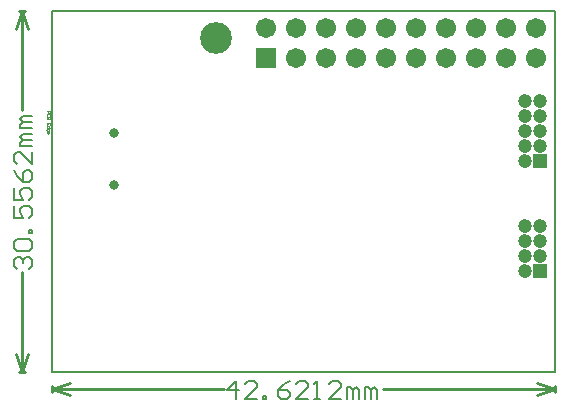
<source format=gbs>
%FSLAX23Y23*%
%MOIN*%
G70*
G01*
G75*
G04 Layer_Color=10942152*
%ADD10C,0.010*%
%ADD11C,0.012*%
%ADD12C,0.015*%
%ADD13C,0.025*%
%ADD14R,0.030X0.030*%
%ADD15R,0.100X0.070*%
%ADD16R,0.030X0.030*%
%ADD17R,0.050X0.030*%
%ADD18O,0.067X0.014*%
%ADD19R,0.070X0.100*%
%ADD20R,0.098X0.079*%
%ADD21R,0.091X0.020*%
%ADD22O,0.012X0.071*%
%ADD23O,0.071X0.012*%
%ADD24R,0.039X0.094*%
%ADD25R,0.130X0.094*%
%ADD26R,0.083X0.051*%
%ADD27O,0.087X0.024*%
%ADD28R,0.087X0.055*%
%ADD29C,0.008*%
%ADD30C,0.001*%
%ADD31R,0.188X0.076*%
%ADD32R,0.107X0.104*%
%ADD33C,0.004*%
%ADD34C,0.006*%
%ADD35C,0.001*%
%ADD36C,0.098*%
%ADD37C,0.024*%
%ADD38R,0.059X0.059*%
%ADD39C,0.059*%
%ADD40C,0.039*%
%ADD41R,0.039X0.039*%
%ADD42C,0.020*%
%ADD43C,0.020*%
%ADD44R,0.283X0.202*%
%ADD45C,0.024*%
%ADD46C,0.010*%
%ADD47C,0.003*%
%ADD48C,0.005*%
%ADD49C,0.002*%
%ADD50C,0.004*%
%ADD51C,0.008*%
%ADD52R,0.038X0.038*%
%ADD53R,0.108X0.078*%
%ADD54R,0.038X0.038*%
%ADD55R,0.058X0.038*%
%ADD56O,0.075X0.022*%
%ADD57R,0.078X0.108*%
%ADD58R,0.106X0.087*%
%ADD59R,0.099X0.028*%
%ADD60O,0.020X0.079*%
%ADD61O,0.079X0.020*%
%ADD62R,0.047X0.102*%
%ADD63R,0.138X0.102*%
%ADD64R,0.091X0.059*%
%ADD65O,0.095X0.032*%
%ADD66R,0.095X0.063*%
%ADD67C,0.106*%
%ADD68C,0.032*%
%ADD69R,0.067X0.067*%
%ADD70C,0.067*%
%ADD71C,0.047*%
%ADD72R,0.047X0.047*%
D10*
X8828Y7654D02*
Y7985D01*
Y8527D02*
Y8857D01*
X8808Y7714D02*
X8828Y7654D01*
X8848Y7714D01*
X8808Y8797D02*
X8828Y8857D01*
X8848Y8797D01*
X8818Y7654D02*
X8838D01*
X8818Y8857D02*
X8838D01*
X8928Y7598D02*
X9501D01*
X10033D02*
X10606D01*
X8928D02*
X8988Y7618D01*
X8928Y7598D02*
X8988Y7578D01*
X10546Y7618D02*
X10606Y7598D01*
X10546Y7578D02*
X10606Y7598D01*
X8928Y7588D02*
Y7608D01*
X10606Y7588D02*
Y7608D01*
D29*
X8928Y7654D02*
X10607D01*
X8928D02*
Y8857D01*
X10607D01*
Y7654D02*
Y8857D01*
D33*
X8930Y8169D02*
Y8559D01*
D34*
X8814Y7995D02*
X8804Y8005D01*
Y8025D01*
X8814Y8035D01*
X8824D01*
X8834Y8025D01*
Y8015D01*
Y8025D01*
X8844Y8035D01*
X8854D01*
X8864Y8025D01*
Y8005D01*
X8854Y7995D01*
X8814Y8055D02*
X8804Y8065D01*
Y8085D01*
X8814Y8095D01*
X8854D01*
X8864Y8085D01*
Y8065D01*
X8854Y8055D01*
X8814D01*
X8864Y8115D02*
X8854D01*
Y8125D01*
X8864D01*
Y8115D01*
X8804Y8205D02*
Y8165D01*
X8834D01*
X8824Y8185D01*
Y8195D01*
X8834Y8205D01*
X8854D01*
X8864Y8195D01*
Y8175D01*
X8854Y8165D01*
X8804Y8265D02*
Y8225D01*
X8834D01*
X8824Y8245D01*
Y8255D01*
X8834Y8265D01*
X8854D01*
X8864Y8255D01*
Y8235D01*
X8854Y8225D01*
X8804Y8325D02*
X8814Y8305D01*
X8834Y8285D01*
X8854D01*
X8864Y8295D01*
Y8315D01*
X8854Y8325D01*
X8844D01*
X8834Y8315D01*
Y8285D01*
X8864Y8385D02*
Y8345D01*
X8824Y8385D01*
X8814D01*
X8804Y8375D01*
Y8355D01*
X8814Y8345D01*
X8864Y8405D02*
X8824D01*
Y8415D01*
X8834Y8425D01*
X8864D01*
X8834D01*
X8824Y8435D01*
X8834Y8445D01*
X8864D01*
Y8465D02*
X8824D01*
Y8475D01*
X8834Y8485D01*
X8864D01*
X8834D01*
X8824Y8495D01*
X8834Y8505D01*
X8864D01*
X9541Y7562D02*
Y7622D01*
X9511Y7592D01*
X9551D01*
X9611Y7562D02*
X9571D01*
X9611Y7602D01*
Y7612D01*
X9601Y7622D01*
X9581D01*
X9571Y7612D01*
X9631Y7562D02*
Y7572D01*
X9641D01*
Y7562D01*
X9631D01*
X9721Y7622D02*
X9701Y7612D01*
X9681Y7592D01*
Y7572D01*
X9691Y7562D01*
X9711D01*
X9721Y7572D01*
Y7582D01*
X9711Y7592D01*
X9681D01*
X9781Y7562D02*
X9741D01*
X9781Y7602D01*
Y7612D01*
X9771Y7622D01*
X9751D01*
X9741Y7612D01*
X9801Y7562D02*
X9821D01*
X9811D01*
Y7622D01*
X9801Y7612D01*
X9891Y7562D02*
X9851D01*
X9891Y7602D01*
Y7612D01*
X9881Y7622D01*
X9861D01*
X9851Y7612D01*
X9911Y7562D02*
Y7602D01*
X9921D01*
X9931Y7592D01*
Y7562D01*
Y7592D01*
X9941Y7602D01*
X9951Y7592D01*
Y7562D01*
X9971D02*
Y7602D01*
X9981D01*
X9991Y7592D01*
Y7562D01*
Y7592D01*
X10001Y7602D01*
X10011Y7592D01*
Y7562D01*
D35*
X8913Y8523D02*
X8922D01*
Y8518D01*
X8921Y8517D01*
X8917D01*
X8916Y8518D01*
Y8523D01*
X8921Y8507D02*
X8922Y8508D01*
Y8512D01*
X8921Y8513D01*
X8914D01*
X8913Y8512D01*
Y8508D01*
X8914Y8507D01*
X8922Y8504D02*
X8913D01*
Y8499D01*
X8914Y8497D01*
X8916D01*
X8917Y8499D01*
Y8504D01*
Y8499D01*
X8919Y8497D01*
X8921D01*
X8922Y8499D01*
Y8504D01*
Y8477D02*
Y8484D01*
X8913D01*
Y8477D01*
X8917Y8484D02*
Y8481D01*
X8922Y8467D02*
X8913D01*
Y8472D01*
X8914Y8474D01*
X8917D01*
X8919Y8472D01*
Y8467D01*
X8909Y8461D02*
Y8459D01*
X8911Y8458D01*
X8919D01*
Y8463D01*
X8917Y8464D01*
X8914D01*
X8913Y8463D01*
Y8458D01*
Y8449D02*
Y8453D01*
X8914Y8454D01*
X8917D01*
X8919Y8453D01*
Y8449D01*
X8917Y8448D01*
X8916D01*
Y8454D01*
D67*
X9477Y8767D02*
D03*
D68*
X9136Y8278D02*
D03*
Y8451D02*
D03*
D69*
X9643Y8699D02*
D03*
D70*
X9643Y8799D02*
D03*
X9743Y8699D02*
D03*
Y8799D02*
D03*
X9843Y8699D02*
D03*
Y8799D02*
D03*
X9943Y8699D02*
D03*
Y8799D02*
D03*
X10043Y8699D02*
D03*
X10043Y8799D02*
D03*
X10143Y8699D02*
D03*
X10143Y8799D02*
D03*
X10243Y8699D02*
D03*
Y8799D02*
D03*
X10343Y8699D02*
D03*
Y8799D02*
D03*
X10443Y8699D02*
D03*
Y8799D02*
D03*
X10543Y8699D02*
D03*
X10543Y8799D02*
D03*
D71*
X10507Y8141D02*
D03*
X10557D02*
D03*
X10507Y8091D02*
D03*
X10557D02*
D03*
X10507Y8041D02*
D03*
X10557D02*
D03*
X10507Y7991D02*
D03*
Y8557D02*
D03*
X10557D02*
D03*
X10507Y8507D02*
D03*
X10557D02*
D03*
X10507Y8457D02*
D03*
X10557D02*
D03*
X10507Y8407D02*
D03*
X10557D02*
D03*
X10507Y8357D02*
D03*
D72*
X10557Y7991D02*
D03*
Y8357D02*
D03*
M02*

</source>
